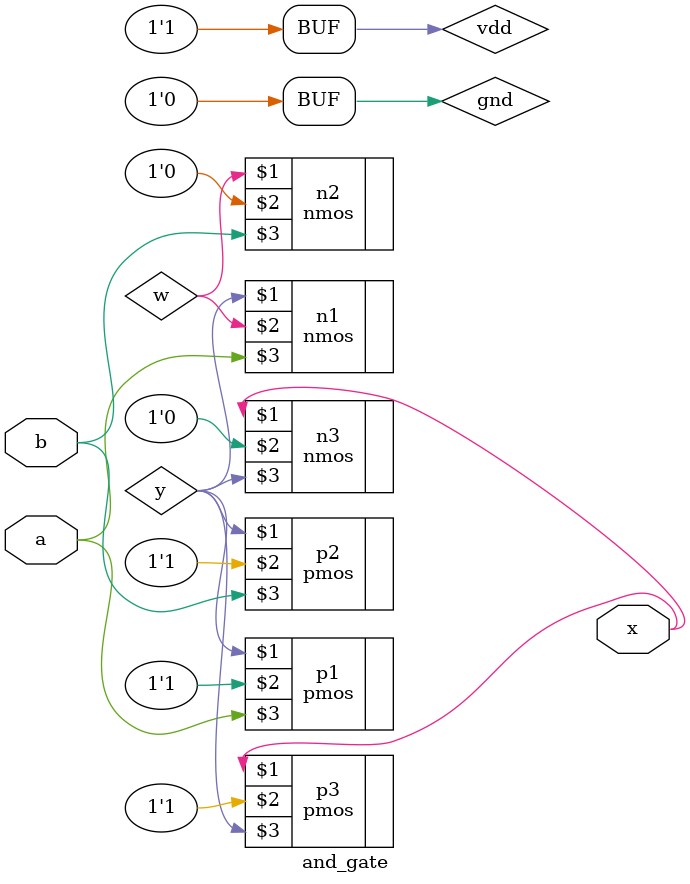
<source format=v>
module and_gate(
input a,
input b,
output x);
wire w,y;
supply1 vdd;
supply0 gnd;
pmos p1 (y, vdd, a);
pmos p2 (y, vdd, b);
nmos n1 (y, w, a);
nmos n2 (w, gnd, b);
pmos p3 (x, vdd, y);
nmos n3 (x, gnd, y);
endmodule


</source>
